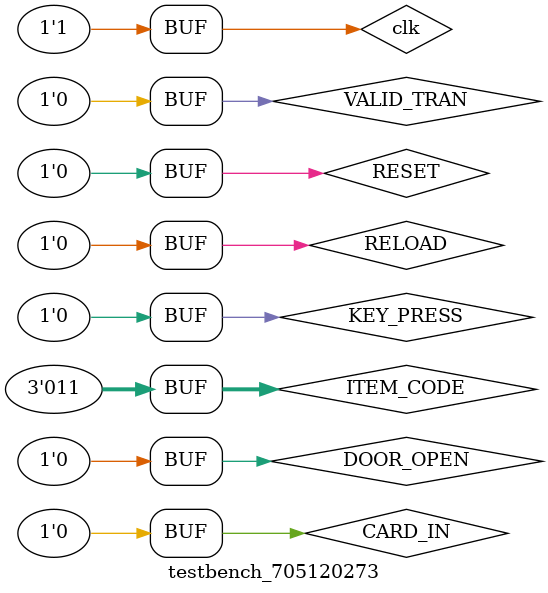
<source format=v>
`timescale 1ns / 1ps


module testbench_705120273;

	// Inputs
	reg CARD_IN;
	reg VALID_TRAN;
	reg [2:0] ITEM_CODE;
	reg KEY_PRESS;
	reg DOOR_OPEN;
	reg RELOAD;
	reg clk;
	reg RESET;

	// Outputs
	wire VEND;
	wire INVALID_SEL;
	wire FAILED_TRAN;
	wire [2:0] COST;
//	wire [3:0] current_state;
//	wire [2:0] code1;
//	wire [2:0] code2;
//	wire [2:0] count;
//	wire clk_start;
//	wire code1inputted;
//	wire [3:0] SL13;

	// Instantiate the Unit Under Test (UUT)
	vending_machine uut (
		.CARD_IN(CARD_IN), 
		.VALID_TRAN(VALID_TRAN), 
		.ITEM_CODE(ITEM_CODE), 
		.KEY_PRESS(KEY_PRESS), 
		.DOOR_OPEN(DOOR_OPEN), 
		.RELOAD(RELOAD), 
		.CLK(clk), 
		.RESET(RESET), 
		.VEND(VEND), 
		.INVALID_SEL(INVALID_SEL), 
		.FAILED_TRAN(FAILED_TRAN), 
		.COST(COST)
//		.current_state(current_state)
//		.code1(code1),
//		.code2(code2),
//		.count(count),
//		.clk_start(clk_start)
//		.code1inputted(code1inputted),
//		.SL13(SL13)
	);

	initial begin
		// Initialize Inputs
		CARD_IN = 0;
		VALID_TRAN = 0;
		ITEM_CODE = 0;
		KEY_PRESS = 0;
		DOOR_OPEN = 0;
		RELOAD = 0;
		clk = 0;
		RESET = 0;
		// SUCCESSFUL TRY
		#10;
      clk = 0;
		RESET = 0;
		#10
		clk = 1;
		RESET = 1; // initialize with reset
		#10
		clk = 0;	
		#10
		clk = 1;
		RESET = 0;
		#10
		clk = 0;	
		#10
		clk = 1;
		#10
		clk = 0;
		RELOAD = 1; // reload machine
		#10
		clk = 1;
		#10
		clk = 0;
		RELOAD = 0; // stop reload
		#10
		clk = 1;
		#10
		clk = 0;
		CARD_IN = 1; // card is inserted
		#10
		clk = 1;
		#10
		clk = 0;
		KEY_PRESS = 1; // key pressed and first code entered
		ITEM_CODE = 1;
		#10
		clk = 1;
		#10
		clk = 0;
		KEY_PRESS = 0; // key no longer pressed
		#10 
		clk = 1;
		#10
		clk = 0;
		KEY_PRESS = 1; // key pressed and second code entered
		ITEM_CODE = 3;
		#10
		clk = 1;
		#10
		clk = 0;
		KEY_PRESS = 0;
		#10
		clk = 1;
		#10
		clk = 0;
		VALID_TRAN = 1; // transaction is valid signal 
		#10
		clk = 1;
		#10
		clk = 0;
		VALID_TRAN = 0;
		DOOR_OPEN = 1; // door of vending machine opens
		#10
		clk = 1;
		#10
		clk = 0;
		DOOR_OPEN = 0; // door closes
		#10
		clk = 1;
		#10
		clk = 0;
		CARD_IN = 0; // card is taken out
		#10
		clk = 1;
		#10
		clk = 0;
		#10 // back to idle state
		clk = 1;
		// FAILED TRY, card inputted but no key press for five seconds
		#10
		clk = 0;
		CARD_IN = 1; 
		#10
		clk = 1; // 1
		#10
		clk = 0;
		#10
		clk = 1; // 2
		#10
		clk = 0;
		CARD_IN = 0;
		#10
		clk = 1; // 3
		#10
		clk = 0;
		#10
		clk = 1; // 4
		#10
		clk = 0;
		#10
		clk = 1; // 5
		#10
		clk = 0;
		#10
		clk = 1; // 6
		#10
		clk = 0;
		#10
		clk = 1; // 7
		#10
		clk = 0;
		#10
		clk = 1;
		#10
		clk = 0;
		#10
		clk = 1;
		#10
		clk = 0;
		#10
		clk = 1;
		#10
		clk = 0;
		#10
		clk = 1;
		// FAILED TRY, card inputted but only one key press
		#10
		clk = 0;
		CARD_IN = 1; 
		#10
		clk = 1; 
		#10
		clk = 0;
		#10
		clk = 1; 
		#10
		clk = 0;
		KEY_PRESS = 1; // key pressed and first code entered
		ITEM_CODE = 1;
		#10
		clk = 1; // 3
		#10
		clk = 0;
		KEY_PRESS = 0;
		#10
		clk = 1; // 4
		#10
		clk = 0;
		#10
		clk = 1; // 5
		#10
		clk = 0;
		#10
		clk = 1; // 6
		#10
		clk = 0;
		#10
		clk = 1; // 7
		#10
		clk = 0;
		#10
		clk = 1;
		#10
		clk = 0;
		#10
		clk = 1;
		#10
		clk = 0;
		CARD_IN = 0;
		#10
		clk = 1;
		#10 
		// FAILED TRY, invalid numbers inputted
		clk = 0;
		CARD_IN = 1;
		#10
		clk = 1;
		#10
		clk = 0;
		KEY_PRESS = 1;
		ITEM_CODE = 2;
		#10
		clk = 1;
		#10
		clk = 0;
		KEY_PRESS = 0;
		#10
		clk = 1;
		#10
		clk = 0;
		KEY_PRESS = 1;
		ITEM_CODE = 7;
		#10
		clk = 1;
		#10
		clk = 0;
		KEY_PRESS = 0;
		#10
		clk = 1;
		#10
		clk = 0;
		#10
		clk = 1;
		#10
		clk = 0;
		CARD_IN = 0;
		#10
		clk = 1;
		#10
		clk = 0;
		// FAILED TRY, WAITING FOR TRANSACTION SIGNAL
		CARD_IN = 1;
		#10
		clk = 1;
		#10
		clk = 0;
		KEY_PRESS = 1;
		ITEM_CODE = 0;
		#10
		clk = 1;
		#10
		clk = 0;
		KEY_PRESS = 0;
		#10
		clk = 1;
		#10
		clk = 0;
		KEY_PRESS = 1;
		ITEM_CODE = 7;
		#10
		clk = 1;
		#10
		clk = 0;
		KEY_PRESS = 0;
		#10
		clk = 1;
		#10
		clk = 0;
		#10
		clk = 1;
		#10
		clk = 0;
		#10
		clk = 1;
		#10
		clk = 0;
		#10
		clk = 1;
		#10
		clk = 0;
		CARD_IN = 0;
		#10
		clk = 1;
		#10
		clk = 0;
		#10
		clk = 1;
		#10
		clk = 0;
		#10
		clk = 1;
		#10
		clk = 0;
		#10
		clk = 1;
		#10
		clk = 0;
		// FAILED TRY, DOOR DOES NOT OPEN ON TIME
		CARD_IN = 1;
		#10
		clk = 1;
		#10
		clk = 0;
		KEY_PRESS = 1;
		ITEM_CODE = 0;
		#10
		clk = 1;
		#10
		clk = 0;
		KEY_PRESS = 0;
		#10
		clk = 1;
		#10
		clk = 0;
		KEY_PRESS = 1;
		ITEM_CODE = 2;
		#10
		clk = 1;
		#10
		clk = 0;
		KEY_PRESS = 0;
		#10
		clk = 1;
		#10
		clk = 0;
		#10
		clk = 1;
		#10
		clk = 0;
		VALID_TRAN = 1;
		#10
		clk = 1;
		#10
		clk = 0;
		#10
		clk = 1;
		#10
		clk = 0;
		VALID_TRAN = 0;
		CARD_IN = 0;
		#10
		clk = 1;
		#10
		clk = 0;
		#10
		clk = 1;
		#10
		clk = 0;
		#10
		clk = 1;
		#10
		clk = 0;
		#10
		clk = 1;
		#10
		clk = 0;
		#10
		clk = 1;
		#10
		clk = 0;
		RESET = 1;
		// when machine empty, no item left 
		// apply other signal in middle of something
		#10
		clk = 1;
		#10
		clk = 0;
		RESET = 0;
		#10
		clk = 1;
		#10
		clk = 0;
		CARD_IN = 1;
		#10
		clk = 1;
		#10
		clk = 0;
		KEY_PRESS = 1;
		ITEM_CODE = 1;
		CARD_IN = 0;
		#10
		clk = 1;
		#10
		clk = 0;
		KEY_PRESS = 0;
		#10
		clk = 1;
		#10
		clk = 0;
		KEY_PRESS = 1;
		ITEM_CODE = 3;
		#10
		clk = 1;
		#10
		clk = 0;
		KEY_PRESS = 0;
		#10
		clk = 1;
		#10
		clk = 0;
		#10
		clk = 1;
		#10
		clk = 0;
		#10
		clk = 1;
		#10
		clk = 0;
		#10
		clk = 1;
		#10
		clk = 0;
		#10
		clk = 1;
		#10
		clk = 0;
		#10
		clk = 1;
	end
      
endmodule

</source>
